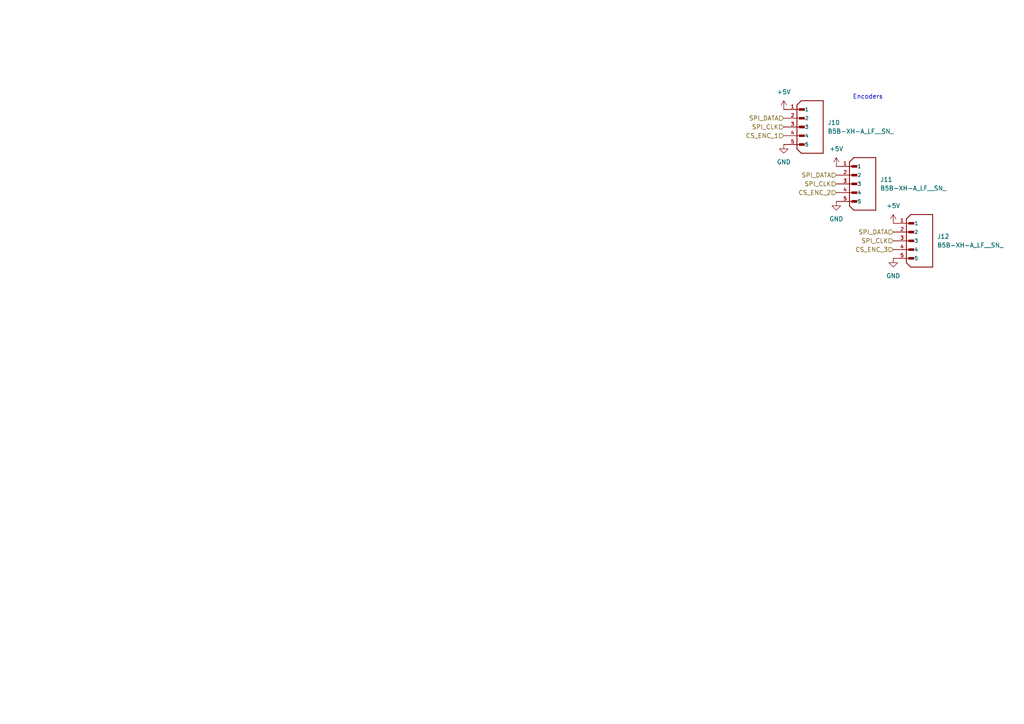
<source format=kicad_sch>
(kicad_sch (version 20250114) (generator "eeschema") (generator_version "9.0")
  (paper "A4")
  (lib_symbols
    (symbol "B5B-XH-A_LF__SN_:B5B-XH-A_LF__SN_" (pin_names (offset 1.016))
      (property "Reference" "J" (at -2.54 8.89 0))
      (property "Value" "B5B-XH-A_LF__SN_" (at -2.54 -10.16 0))
      (symbol "B5B-XH-A_LF__SN__0_0"
        (polyline (pts (xy -3.81 6.35) (xy -3.81 -6.35)) (stroke (width 0.254)))
        (polyline (pts (xy -3.81 6.35) (xy -2.54 7.62)) (stroke (width 0.254)))
        (polyline (pts (xy -3.81 -6.35) (xy -2.54 -7.62)) (stroke (width 0.254)))
        (rectangle (start -3.175 4.7625) (end -1.5875 5.3975) (stroke (width 0.1)) (fill (type outline)))
        (rectangle (start -3.175 2.2225) (end -1.5875 2.8575) (stroke (width 0.1)) (fill (type outline)))
        (rectangle (start -3.175 -0.3175) (end -1.5875 0.3175) (stroke (width 0.1)) (fill (type outline)))
        (rectangle (start -3.175 -2.8575) (end -1.5875 -2.2225) (stroke (width 0.1)) (fill (type outline)))
        (rectangle (start -3.175 -5.3975) (end -1.5875 -4.7625) (stroke (width 0.1)) (fill (type outline)))
        (polyline (pts (xy -2.54 -7.62) (xy 3.81 -7.62)) (stroke (width 0.254)))
        (polyline (pts (xy 3.81 7.62) (xy -2.54 7.62)) (stroke (width 0.254)))
        (polyline (pts (xy 3.81 -7.62) (xy 3.81 7.62)) (stroke (width 0.254)))
        (pin passive line (at -7.62 5.08 0) (length 5.08) (name "1") (number "1"))
        (pin passive line (at -7.62 2.54 0) (length 5.08) (name "2") (number "2"))
        (pin passive line (at -7.62 0 0) (length 5.08) (name "3") (number "3"))
        (pin passive line (at -7.62 -2.54 0) (length 5.08) (name "4") (number "4"))
        (pin passive line (at -7.62 -5.08 0) (length 5.08) (name "5") (number "5"))
      )
    )
    (symbol "power:+5V" (power) (pin_numbers (hide yes)) (pin_names (offset 0) (hide yes))
      (property "Value" "+5V" (at 0 3.556 0))
      (symbol "+5V_0_1"
        (polyline (pts (xy -0.762 1.27) (xy 0 2.54)))
        (polyline (pts (xy 0 2.54) (xy 0.762 1.27)))
        (polyline (pts (xy 0 0) (xy 0 2.54)))
      )
      (symbol "+5V_1_1"
        (pin power_in line (at 0 0 90) (length 0) (name "~") (number "1"))
      )
    )
    (symbol "power:GND" (power) (pin_numbers (hide yes)) (pin_names (offset 0) (hide yes))
      (property "Value" "GND" (at 0 -3.81 0))
      (symbol "GND_0_1"
        (polyline (pts (xy 0 0) (xy 0 -1.27) (xy 1.27 -1.27) (xy 0 -2.54) (xy -1.27 -1.27) (xy 0 -1.27)))
      )
      (symbol "GND_1_1"
        (pin power_in line (at 0 0 270) (length 0) (name "~") (number "1"))
      )
    )
  )
  (text "Encoders\n" (at 251.714 28.194 0) (effects (font (size 1.27 1.27))))
  (hierarchical_label "SPI_CLK" (shape input) (at 242.57 53.34 180))
  (hierarchical_label "CS_ENC_2" (shape input) (at 242.57 55.88 180))
  (hierarchical_label "CS_ENC_1" (shape input) (at 227.33 39.37 180))
  (hierarchical_label "CS_ENC_3" (shape input) (at 259.08 72.39 180))
  (hierarchical_label "SPI_DATA" (shape input) (at 259.08 67.31 180))
  (hierarchical_label "SPI_CLK" (shape input) (at 259.08 69.85 180))
  (hierarchical_label "SPI_DATA" (shape input) (at 242.57 50.8 180))
  (hierarchical_label "SPI_DATA" (shape input) (at 227.33 34.29 180))
  (hierarchical_label "SPI_CLK" (shape input) (at 227.33 36.83 180))
  (symbol (lib_id "power:GND") (at 242.57 58.42 0) (unit 1)
    (property "Reference" "#PWR076" (effects (hide yes)))
    (property "Value" "GND" (at 242.57 63.5 0))
    (property "Description" "Power symbol creates a global label with name \"GND\" , ground" (effects (hide yes)))
  )
  (symbol (lib_id "power:+5V") (at 242.57 48.26 0) (unit 1)
    (property "Reference" "#PWR073" (effects (hide yes)))
    (property "Value" "+5V" (at 242.57 43.18 0))
    (property "Description" "Power symbol creates a global label with name \"+5V\"" (effects (hide yes)))
  )
  (symbol (lib_id "B5B-XH-A_LF__SN_:B5B-XH-A_LF__SN_") (at 234.95 36.83 0) (unit 1)
    (property "Reference" "J10" (at 240.03 35.5599 0) (effects (justify left)))
    (property "Value" "B5B-XH-A_LF__SN_" (at 240.03 38.0999 0) (effects (justify left)))
    (property "Footprint" "B5B-XH-A_LF__SN_:JST_B5B-XH-A_LF__SN_" (effects (hide yes)))
    (property "MF" "JST Sales" (effects (hide yes)))
    (property "MAXIMUM_PACKAGE_HEIGHT" "7.00 mm" (effects (hide yes)))
    (property "Package" "None" (effects (hide yes)))
    (property "Price" "None" (effects (hide yes)))
    (property "Check_prices" "https://www.snapeda.com/parts/B5B-XH-A(LF)(SN)/JST/view-part/?ref=eda" (effects (hide yes)))
    (property "STANDARD" "Manufacturer Recommendations" (effects (hide yes)))
    (property "PARTREV" "7/4/21" (effects (hide yes)))
    (property "SnapEDA_Link" "https://www.snapeda.com/parts/B5B-XH-A(LF)(SN)/JST/view-part/?ref=snap" (effects (hide yes)))
    (property "MP" "B5B-XH-A(LF)(SN)" (effects (hide yes)))
    (property "Description_1" "\n                        \n                            Connector Header Through Hole 5 position 0.098 (2.50mm)\n                        \n" (effects (hide yes)))
    (property "Availability" "In Stock" (effects (hide yes)))
    (property "MANUFACTURER" "JST" (effects (hide yes)))
  )
  (symbol (lib_id "power:GND") (at 227.33 41.91 0) (unit 1)
    (property "Reference" "#PWR075" (effects (hide yes)))
    (property "Value" "GND" (at 227.33 46.99 0))
    (property "Description" "Power symbol creates a global label with name \"GND\" , ground" (effects (hide yes)))
  )
  (symbol (lib_id "power:+5V") (at 227.33 31.75 0) (unit 1)
    (property "Reference" "#PWR072" (effects (hide yes)))
    (property "Value" "+5V" (at 227.33 26.67 0))
    (property "Description" "Power symbol creates a global label with name \"+5V\"" (effects (hide yes)))
  )
  (symbol (lib_id "B5B-XH-A_LF__SN_:B5B-XH-A_LF__SN_") (at 266.7 69.85 0) (unit 1)
    (property "Reference" "J12" (at 271.78 68.5799 0) (effects (justify left)))
    (property "Value" "B5B-XH-A_LF__SN_" (at 271.78 71.1199 0) (effects (justify left)))
    (property "Footprint" "B5B-XH-A_LF__SN_:JST_B5B-XH-A_LF__SN_" (effects (hide yes)))
    (property "MF" "JST Sales" (effects (hide yes)))
    (property "MAXIMUM_PACKAGE_HEIGHT" "7.00 mm" (effects (hide yes)))
    (property "Package" "None" (effects (hide yes)))
    (property "Price" "None" (effects (hide yes)))
    (property "Check_prices" "https://www.snapeda.com/parts/B5B-XH-A(LF)(SN)/JST/view-part/?ref=eda" (effects (hide yes)))
    (property "STANDARD" "Manufacturer Recommendations" (effects (hide yes)))
    (property "PARTREV" "7/4/21" (effects (hide yes)))
    (property "SnapEDA_Link" "https://www.snapeda.com/parts/B5B-XH-A(LF)(SN)/JST/view-part/?ref=snap" (effects (hide yes)))
    (property "MP" "B5B-XH-A(LF)(SN)" (effects (hide yes)))
    (property "Description_1" "\n                        \n                            Connector Header Through Hole 5 position 0.098 (2.50mm)\n                        \n" (effects (hide yes)))
    (property "Availability" "In Stock" (effects (hide yes)))
    (property "MANUFACTURER" "JST" (effects (hide yes)))
  )
  (symbol (lib_id "power:GND") (at 259.08 74.93 0) (unit 1)
    (property "Reference" "#PWR077" (effects (hide yes)))
    (property "Value" "GND" (at 259.08 80.01 0))
    (property "Description" "Power symbol creates a global label with name \"GND\" , ground" (effects (hide yes)))
  )
  (symbol (lib_id "B5B-XH-A_LF__SN_:B5B-XH-A_LF__SN_") (at 250.19 53.34 0) (unit 1)
    (property "Reference" "J11" (at 255.27 52.0699 0) (effects (justify left)))
    (property "Value" "B5B-XH-A_LF__SN_" (at 255.27 54.6099 0) (effects (justify left)))
    (property "Footprint" "B5B-XH-A_LF__SN_:JST_B5B-XH-A_LF__SN_" (effects (hide yes)))
    (property "MF" "JST Sales" (effects (hide yes)))
    (property "MAXIMUM_PACKAGE_HEIGHT" "7.00 mm" (effects (hide yes)))
    (property "Package" "None" (effects (hide yes)))
    (property "Price" "None" (effects (hide yes)))
    (property "Check_prices" "https://www.snapeda.com/parts/B5B-XH-A(LF)(SN)/JST/view-part/?ref=eda" (effects (hide yes)))
    (property "STANDARD" "Manufacturer Recommendations" (effects (hide yes)))
    (property "PARTREV" "7/4/21" (effects (hide yes)))
    (property "SnapEDA_Link" "https://www.snapeda.com/parts/B5B-XH-A(LF)(SN)/JST/view-part/?ref=snap" (effects (hide yes)))
    (property "MP" "B5B-XH-A(LF)(SN)" (effects (hide yes)))
    (property "Description_1" "\n                        \n                            Connector Header Through Hole 5 position 0.098 (2.50mm)\n                        \n" (effects (hide yes)))
    (property "Availability" "In Stock" (effects (hide yes)))
    (property "MANUFACTURER" "JST" (effects (hide yes)))
  )
  (symbol (lib_id "power:+5V") (at 259.08 64.77 0) (unit 1)
    (property "Reference" "#PWR074" (effects (hide yes)))
    (property "Value" "+5V" (at 259.08 59.69 0))
    (property "Description" "Power symbol creates a global label with name \"+5V\"" (effects (hide yes)))
  )
)
</source>
